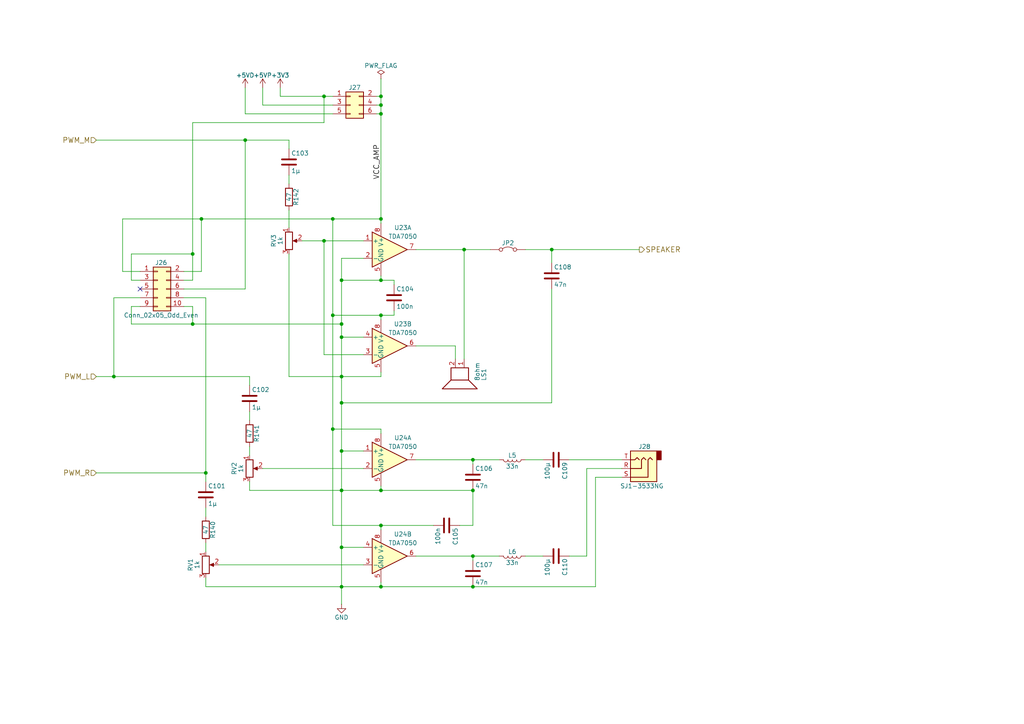
<source format=kicad_sch>
(kicad_sch (version 20231120) (generator "eeschema") (generator_version "8.0")
  (paper "A4")
  (title_block (title "Game Boy reverse eng. FPGA board") (date "2024-06-19") (rev "1") (company "CC-BY-SA-4.0 Michael Singer") (comment 1 "https://github.com/msinger/gbreveng/") (comment 2 "http://iceboy.a-singer.de/"))
  (lib_symbols
    (symbol "Amplifier_Audio_TDA7050:TDA7050" (pin_names (offset 0.127))
      (property "Reference" "U" (at 3.81 6.35 0))
      (property "Value" "TDA7050" (at 3.81 3.81 0))
      (symbol "TDA7050_0_1"
        (polyline (pts (xy -5.08 5.08) (xy 5.08 0) (xy -5.08 -5.08) (xy -5.08 5.08)) (stroke (width 0.254)) (fill (type background)))
      )
      (symbol "TDA7050_1_1"
        (pin input line (at -7.62 2.54 0) (length 2.54) (name "+") (number "1"))
        (pin input line (at -7.62 -2.54 0) (length 2.54) (name "-") (number "2"))
        (pin power_in line (at -2.54 -7.62 90) (length 3.81) (name "GND") (number "5"))
        (pin output line (at 7.62 0 180) (length 2.54) (name "~") (number "7"))
        (pin power_in line (at -2.54 7.62 270) (length 3.81) (name "V+") (number "8"))
      )
      (symbol "TDA7050_2_1"
        (pin input line (at -7.62 -2.54 0) (length 2.54) (name "-") (number "3"))
        (pin input line (at -7.62 2.54 0) (length 2.54) (name "+") (number "4"))
        (pin power_in line (at -2.54 -7.62 90) (length 3.81) (name "GND") (number "5"))
        (pin output line (at 7.62 0 180) (length 2.54) (name "~") (number "6"))
        (pin power_in line (at -2.54 7.62 270) (length 3.81) (name "V+") (number "8"))
      )
    )
    (symbol "Connector_Audio:AudioJack3"
      (property "Reference" "J" (at 0 8.89 0))
      (property "Value" "AudioJack3" (at 0 6.35 0))
      (symbol "AudioJack3_0_1"
        (rectangle (start -5.08 -5.08) (end -6.35 -2.54) (stroke (width 0.254)) (fill (type outline)))
        (polyline (pts (xy 0 -2.54) (xy 0.635 -3.175) (xy 1.27 -2.54) (xy 2.54 -2.54)) (stroke (width 0.254)))
        (polyline (pts (xy -1.905 -2.54) (xy -1.27 -3.175) (xy -0.635 -2.54) (xy -0.635 0) (xy 2.54 0)) (stroke (width 0.254)))
        (polyline (pts (xy 2.54 2.54) (xy -2.54 2.54) (xy -2.54 -2.54) (xy -3.175 -3.175) (xy -3.81 -2.54)) (stroke (width 0.254)))
        (rectangle (start 2.54 3.81) (end -5.08 -5.08) (stroke (width 0.254)) (fill (type background)))
      )
      (symbol "AudioJack3_1_1"
        (pin passive line (at 5.08 0 180) (length 2.54) (name "~") (number "R"))
        (pin passive line (at 5.08 2.54 180) (length 2.54) (name "~") (number "S"))
        (pin passive line (at 5.08 -2.54 180) (length 2.54) (name "~") (number "T"))
      )
    )
    (symbol "Connector_Generic:Conn_02x03_Odd_Even" (pin_names (offset 1.016) hide)
      (property "Reference" "J" (at 1.27 5.08 0))
      (property "Value" "Conn_02x03_Odd_Even" (at 1.27 -5.08 0))
      (symbol "Conn_02x03_Odd_Even_1_1"
        (rectangle (start -1.27 -2.413) (end 0 -2.667) (stroke (width 0.1524)))
        (rectangle (start -1.27 0.127) (end 0 -0.127) (stroke (width 0.1524)))
        (rectangle (start -1.27 2.667) (end 0 2.413) (stroke (width 0.1524)))
        (rectangle (start -1.27 3.81) (end 3.81 -3.81) (stroke (width 0.254)) (fill (type background)))
        (rectangle (start 3.81 -2.413) (end 2.54 -2.667) (stroke (width 0.1524)))
        (rectangle (start 3.81 0.127) (end 2.54 -0.127) (stroke (width 0.1524)))
        (rectangle (start 3.81 2.667) (end 2.54 2.413) (stroke (width 0.1524)))
        (pin passive line (at -5.08 2.54 0) (length 3.81) (name "Pin_1") (number "1"))
        (pin passive line (at 7.62 2.54 180) (length 3.81) (name "Pin_2") (number "2"))
        (pin passive line (at -5.08 0 0) (length 3.81) (name "Pin_3") (number "3"))
        (pin passive line (at 7.62 0 180) (length 3.81) (name "Pin_4") (number "4"))
        (pin passive line (at -5.08 -2.54 0) (length 3.81) (name "Pin_5") (number "5"))
        (pin passive line (at 7.62 -2.54 180) (length 3.81) (name "Pin_6") (number "6"))
      )
    )
    (symbol "Connector_Generic:Conn_02x05_Odd_Even" (pin_names (offset 1.016) hide)
      (property "Reference" "J" (at 1.27 7.62 0))
      (property "Value" "Conn_02x05_Odd_Even" (at 1.27 -7.62 0))
      (symbol "Conn_02x05_Odd_Even_1_1"
        (rectangle (start -1.27 -4.953) (end 0 -5.207) (stroke (width 0.1524)))
        (rectangle (start -1.27 -2.413) (end 0 -2.667) (stroke (width 0.1524)))
        (rectangle (start -1.27 0.127) (end 0 -0.127) (stroke (width 0.1524)))
        (rectangle (start -1.27 2.667) (end 0 2.413) (stroke (width 0.1524)))
        (rectangle (start -1.27 5.207) (end 0 4.953) (stroke (width 0.1524)))
        (rectangle (start -1.27 6.35) (end 3.81 -6.35) (stroke (width 0.254)) (fill (type background)))
        (rectangle (start 3.81 -4.953) (end 2.54 -5.207) (stroke (width 0.1524)))
        (rectangle (start 3.81 -2.413) (end 2.54 -2.667) (stroke (width 0.1524)))
        (rectangle (start 3.81 0.127) (end 2.54 -0.127) (stroke (width 0.1524)))
        (rectangle (start 3.81 2.667) (end 2.54 2.413) (stroke (width 0.1524)))
        (rectangle (start 3.81 5.207) (end 2.54 4.953) (stroke (width 0.1524)))
        (pin passive line (at -5.08 5.08 0) (length 3.81) (name "Pin_1") (number "1"))
        (pin passive line (at 7.62 -5.08 180) (length 3.81) (name "Pin_10") (number "10"))
        (pin passive line (at 7.62 5.08 180) (length 3.81) (name "Pin_2") (number "2"))
        (pin passive line (at -5.08 2.54 0) (length 3.81) (name "Pin_3") (number "3"))
        (pin passive line (at 7.62 2.54 180) (length 3.81) (name "Pin_4") (number "4"))
        (pin passive line (at -5.08 0 0) (length 3.81) (name "Pin_5") (number "5"))
        (pin passive line (at 7.62 0 180) (length 3.81) (name "Pin_6") (number "6"))
        (pin passive line (at -5.08 -2.54 0) (length 3.81) (name "Pin_7") (number "7"))
        (pin passive line (at 7.62 -2.54 180) (length 3.81) (name "Pin_8") (number "8"))
        (pin passive line (at -5.08 -5.08 0) (length 3.81) (name "Pin_9") (number "9"))
      )
    )
    (symbol "Device:C" (pin_numbers hide) (pin_names (offset 0.254))
      (property "Reference" "C" (at 0.635 2.54 0))
      (property "Value" "C" (at 0.635 -2.54 0))
      (symbol "C_0_1"
        (polyline (pts (xy -2.032 -0.762) (xy 2.032 -0.762)) (stroke (width 0.508)))
        (polyline (pts (xy -2.032 0.762) (xy 2.032 0.762)) (stroke (width 0.508)))
      )
      (symbol "C_1_1"
        (pin passive line (at 0 3.81 270) (length 2.794) (name "~") (number "1"))
        (pin passive line (at 0 -3.81 90) (length 2.794) (name "~") (number "2"))
      )
    )
    (symbol "Device:L" (pin_numbers hide) (pin_names (offset 1.016) hide)
      (property "Reference" "L" (at -1.27 0 90))
      (property "Value" "L" (at 1.905 0 90))
      (symbol "L_0_1"
        (arc (start 0 -2.54) (mid 0.6323 -1.905) (end 0 -1.27))
        (arc (start 0 -1.27) (mid 0.6323 -0.635) (end 0 0))
        (arc (start 0 0) (mid 0.6323 0.635) (end 0 1.27))
        (arc (start 0 1.27) (mid 0.6323 1.905) (end 0 2.54))
      )
      (symbol "L_1_1"
        (pin passive line (at 0 3.81 270) (length 1.27) (name "1") (number "1"))
        (pin passive line (at 0 -3.81 90) (length 1.27) (name "2") (number "2"))
      )
    )
    (symbol "Device:R" (pin_numbers hide) (pin_names (offset 0))
      (property "Reference" "R" (at 2.032 0 90))
      (property "Value" "R" (at 0 0 90))
      (symbol "R_0_1"
        (rectangle (start -1.016 -2.54) (end 1.016 2.54) (stroke (width 0.254)))
      )
      (symbol "R_1_1"
        (pin passive line (at 0 3.81 270) (length 1.27) (name "~") (number "1"))
        (pin passive line (at 0 -3.81 90) (length 1.27) (name "~") (number "2"))
      )
    )
    (symbol "Device:R_Potentiometer" (pin_names (offset 1.016) hide)
      (property "Reference" "RV" (at -4.445 0 90))
      (property "Value" "R_Potentiometer" (at -2.54 0 90))
      (symbol "R_Potentiometer_0_1"
        (polyline (pts (xy 2.54 0) (xy 1.524 0)))
        (polyline (pts (xy 1.143 0) (xy 2.286 0.508) (xy 2.286 -0.508) (xy 1.143 0)) (fill (type outline)))
        (rectangle (start 1.016 2.54) (end -1.016 -2.54) (stroke (width 0.254)))
      )
      (symbol "R_Potentiometer_1_1"
        (pin passive line (at 0 3.81 270) (length 1.27) (name "1") (number "1"))
        (pin passive line (at 3.81 0 180) (length 1.27) (name "2") (number "2"))
        (pin passive line (at 0 -3.81 90) (length 1.27) (name "3") (number "3"))
      )
    )
    (symbol "Device:Speaker" (pin_names (offset 0) hide)
      (property "Reference" "LS" (at 1.27 5.715 0))
      (property "Value" "Speaker" (at 1.27 3.81 0))
      (symbol "Speaker_0_0"
        (rectangle (start -2.54 1.27) (end 1.016 -3.81) (stroke (width 0.254)))
        (polyline (pts (xy 1.016 1.27) (xy 3.556 3.81) (xy 3.556 -6.35) (xy 1.016 -3.81)) (stroke (width 0.254)))
      )
      (symbol "Speaker_1_1"
        (pin input line (at -5.08 0 0) (length 2.54) (name "1") (number "1"))
        (pin input line (at -5.08 -2.54 0) (length 2.54) (name "2") (number "2"))
      )
    )
    (symbol "Jumper:Jumper_2_Bridged" (pin_numbers hide) (pin_names (offset 0) hide) (exclude_from_sim yes)
      (property "Reference" "JP" (at 0 1.905 0))
      (property "Value" "Jumper_2_Bridged" (at 0 -2.54 0))
      (symbol "Jumper_2_Bridged_0_0"
        (circle (center -2.032 0) (radius 0.508))
        (circle (center 2.032 0) (radius 0.508))
      )
      (symbol "Jumper_2_Bridged_0_1"
        (arc (start 1.524 0.254) (mid 0 0.762) (end -1.524 0.254))
      )
      (symbol "Jumper_2_Bridged_1_1"
        (pin passive line (at -5.08 0 0) (length 2.54) (name "A") (number "1"))
        (pin passive line (at 5.08 0 180) (length 2.54) (name "B") (number "2"))
      )
    )
    (symbol "power:+3V3" (power) (pin_numbers hide) (pin_names (offset 0) hide)
      (property "Value" "+3V3" (at 0 3.556 0))
      (symbol "+3V3_0_1"
        (polyline (pts (xy -0.762 1.27) (xy 0 2.54)))
        (polyline (pts (xy 0 0) (xy 0 2.54)))
        (polyline (pts (xy 0 2.54) (xy 0.762 1.27)))
      )
      (symbol "+3V3_1_1"
        (pin power_in line (at 0 0 90) (length 0) (name "~") (number "1"))
      )
    )
    (symbol "power:+5VD" (power) (pin_numbers hide) (pin_names (offset 0) hide)
      (property "Value" "+5VD" (at 0 3.556 0))
      (symbol "+5VD_0_1"
        (polyline (pts (xy -0.762 1.27) (xy 0 2.54)))
        (polyline (pts (xy 0 0) (xy 0 2.54)))
        (polyline (pts (xy 0 2.54) (xy 0.762 1.27)))
      )
      (symbol "+5VD_1_1"
        (pin power_in line (at 0 0 90) (length 0) (name "~") (number "1"))
      )
    )
    (symbol "power:+5VP" (power) (pin_numbers hide) (pin_names (offset 0) hide)
      (property "Value" "+5VP" (at 0 3.556 0))
      (symbol "+5VP_0_1"
        (polyline (pts (xy -0.762 1.27) (xy 0 2.54)))
        (polyline (pts (xy 0 0) (xy 0 2.54)))
        (polyline (pts (xy 0 2.54) (xy 0.762 1.27)))
      )
      (symbol "+5VP_1_1"
        (pin power_in line (at 0 0 90) (length 0) (name "~") (number "1"))
      )
    )
    (symbol "power:GND" (power) (pin_numbers hide) (pin_names (offset 0) hide)
      (property "Value" "GND" (at 0 -3.81 0))
      (symbol "GND_0_1"
        (polyline (pts (xy 0 0) (xy 0 -1.27) (xy 1.27 -1.27) (xy 0 -2.54) (xy -1.27 -1.27) (xy 0 -1.27)))
      )
      (symbol "GND_1_1"
        (pin power_in line (at 0 0 270) (length 0) (name "~") (number "1"))
      )
    )
    (symbol "power:PWR_FLAG" (power) (pin_numbers hide) (pin_names (offset 0) hide)
      (property "Value" "PWR_FLAG" (at 0 3.81 0))
      (symbol "PWR_FLAG_0_0"
        (pin power_out line (at 0 0 90) (length 0) (name "~") (number "1"))
      )
      (symbol "PWR_FLAG_0_1"
        (polyline (pts (xy 0 0) (xy 0 1.27) (xy -1.016 1.905) (xy 0 2.54) (xy 1.016 1.905) (xy 0 1.27)))
      )
    )
  )
  (junction (at 99.06 130.81))
  (junction (at 110.49 152.4))
  (junction (at 96.52 91.44))
  (junction (at 33.02 109.22))
  (junction (at 137.16 161.29))
  (junction (at 99.06 116.84))
  (junction (at 96.52 63.5))
  (junction (at 99.06 97.79))
  (junction (at 99.06 93.98))
  (junction (at 137.16 142.24))
  (junction (at 110.49 63.5))
  (junction (at 110.49 33.02))
  (junction (at 110.49 142.24))
  (junction (at 93.98 27.94))
  (junction (at 137.16 133.35))
  (junction (at 58.42 63.5))
  (junction (at 99.06 158.75))
  (junction (at 99.06 81.28))
  (junction (at 110.49 30.48))
  (junction (at 110.49 91.44))
  (junction (at 93.98 69.85))
  (junction (at 99.06 109.22))
  (junction (at 110.49 170.18))
  (junction (at 96.52 124.46))
  (junction (at 55.88 73.66))
  (junction (at 59.69 137.16))
  (junction (at 110.49 81.28))
  (junction (at 110.49 27.94))
  (junction (at 137.16 170.18))
  (junction (at 99.06 170.18))
  (junction (at 160.02 72.39))
  (junction (at 99.06 142.24))
  (junction (at 134.62 72.39))
  (junction (at 55.88 93.98))
  (junction (at 71.12 40.64))
  (no_connect (at 40.64 83.82))
  (wire (pts (xy 27.94 137.16) (xy 59.69 137.16)))
  (wire (pts (xy 137.16 142.24) (xy 137.16 152.4)))
  (wire (pts (xy 81.28 27.94) (xy 93.98 27.94)))
  (wire (pts (xy 99.06 97.79) (xy 99.06 109.22)))
  (wire (pts (xy 99.06 170.18) (xy 110.49 170.18)))
  (wire (pts (xy 83.82 53.34) (xy 83.82 50.8)))
  (wire (pts (xy 110.49 63.5) (xy 110.49 64.77)))
  (wire (pts (xy 132.08 100.33) (xy 132.08 104.14)))
  (wire (pts (xy 120.65 161.29) (xy 137.16 161.29)))
  (wire (pts (xy 40.64 88.9) (xy 38.1 88.9)))
  (wire (pts (xy 110.49 170.18) (xy 137.16 170.18)))
  (wire (pts (xy 99.06 158.75) (xy 99.06 170.18)))
  (wire (pts (xy 110.49 33.02) (xy 110.49 63.5)))
  (wire (pts (xy 160.02 72.39) (xy 160.02 76.2)))
  (wire (pts (xy 55.88 35.56) (xy 55.88 73.66)))
  (wire (pts (xy 93.98 27.94) (xy 96.52 27.94)))
  (wire (pts (xy 110.49 107.95) (xy 110.49 109.22)))
  (wire (pts (xy 110.49 140.97) (xy 110.49 142.24)))
  (wire (pts (xy 99.06 81.28) (xy 99.06 93.98)))
  (wire (pts (xy 96.52 63.5) (xy 96.52 91.44)))
  (wire (pts (xy 120.65 100.33) (xy 132.08 100.33)))
  (wire (pts (xy 110.49 152.4) (xy 125.73 152.4)))
  (wire (pts (xy 83.82 66.04) (xy 83.82 60.96)))
  (wire (pts (xy 71.12 40.64) (xy 71.12 83.82)))
  (wire (pts (xy 72.39 109.22) (xy 72.39 111.76)))
  (wire (pts (xy 137.16 161.29) (xy 137.16 162.56)))
  (wire (pts (xy 99.06 81.28) (xy 110.49 81.28)))
  (wire (pts (xy 81.28 25.4) (xy 81.28 27.94)))
  (wire (pts (xy 114.3 91.44) (xy 110.49 91.44)))
  (wire (pts (xy 99.06 109.22) (xy 99.06 116.84)))
  (wire (pts (xy 27.94 109.22) (xy 33.02 109.22)))
  (wire (pts (xy 109.22 33.02) (xy 110.49 33.02)))
  (wire (pts (xy 120.65 133.35) (xy 137.16 133.35)))
  (wire (pts (xy 99.06 74.93) (xy 105.41 74.93)))
  (wire (pts (xy 99.06 142.24) (xy 110.49 142.24)))
  (wire (pts (xy 33.02 109.22) (xy 72.39 109.22)))
  (wire (pts (xy 114.3 81.28) (xy 114.3 82.55)))
  (wire (pts (xy 110.49 91.44) (xy 96.52 91.44)))
  (wire (pts (xy 96.52 33.02) (xy 71.12 33.02)))
  (wire (pts (xy 110.49 27.94) (xy 110.49 30.48)))
  (wire (pts (xy 59.69 170.18) (xy 99.06 170.18)))
  (wire (pts (xy 59.69 149.86) (xy 59.69 147.32)))
  (wire (pts (xy 157.48 161.29) (xy 152.4 161.29)))
  (wire (pts (xy 180.34 135.89) (xy 170.18 135.89)))
  (wire (pts (xy 63.5 163.83) (xy 105.41 163.83)))
  (wire (pts (xy 96.52 30.48) (xy 76.2 30.48)))
  (wire (pts (xy 114.3 81.28) (xy 110.49 81.28)))
  (wire (pts (xy 110.49 168.91) (xy 110.49 170.18)))
  (wire (pts (xy 35.56 78.74) (xy 40.64 78.74)))
  (wire (pts (xy 137.16 134.62) (xy 137.16 133.35)))
  (wire (pts (xy 99.06 130.81) (xy 105.41 130.81)))
  (wire (pts (xy 96.52 124.46) (xy 110.49 124.46)))
  (wire (pts (xy 99.06 74.93) (xy 99.06 81.28)))
  (wire (pts (xy 170.18 135.89) (xy 170.18 161.29)))
  (wire (pts (xy 110.49 80.01) (xy 110.49 81.28)))
  (wire (pts (xy 93.98 35.56) (xy 55.88 35.56)))
  (wire (pts (xy 40.64 86.36) (xy 33.02 86.36)))
  (wire (pts (xy 27.94 40.64) (xy 71.12 40.64)))
  (wire (pts (xy 137.16 161.29) (xy 144.78 161.29)))
  (wire (pts (xy 99.06 170.18) (xy 99.06 175.26)))
  (wire (pts (xy 114.3 91.44) (xy 114.3 90.17)))
  (wire (pts (xy 59.69 170.18) (xy 59.69 167.64)))
  (wire (pts (xy 172.72 170.18) (xy 172.72 138.43)))
  (wire (pts (xy 96.52 63.5) (xy 58.42 63.5)))
  (wire (pts (xy 72.39 132.08) (xy 72.39 129.54)))
  (wire (pts (xy 76.2 30.48) (xy 76.2 25.4)))
  (wire (pts (xy 72.39 142.24) (xy 99.06 142.24)))
  (wire (pts (xy 170.18 161.29) (xy 165.1 161.29)))
  (wire (pts (xy 110.49 91.44) (xy 110.49 92.71)))
  (wire (pts (xy 110.49 124.46) (xy 110.49 125.73)))
  (wire (pts (xy 93.98 27.94) (xy 93.98 35.56)))
  (wire (pts (xy 99.06 93.98) (xy 99.06 97.79)))
  (wire (pts (xy 53.34 78.74) (xy 58.42 78.74)))
  (wire (pts (xy 55.88 88.9) (xy 55.88 93.98)))
  (wire (pts (xy 38.1 73.66) (xy 55.88 73.66)))
  (wire (pts (xy 99.06 142.24) (xy 99.06 158.75)))
  (wire (pts (xy 110.49 30.48) (xy 110.49 33.02)))
  (wire (pts (xy 38.1 73.66) (xy 38.1 81.28)))
  (wire (pts (xy 72.39 142.24) (xy 72.39 139.7)))
  (wire (pts (xy 96.52 91.44) (xy 96.52 124.46)))
  (wire (pts (xy 35.56 63.5) (xy 35.56 78.74)))
  (wire (pts (xy 99.06 109.22) (xy 110.49 109.22)))
  (wire (pts (xy 110.49 22.86) (xy 110.49 27.94)))
  (wire (pts (xy 99.06 158.75) (xy 105.41 158.75)))
  (wire (pts (xy 99.06 130.81) (xy 99.06 142.24)))
  (wire (pts (xy 71.12 83.82) (xy 53.34 83.82)))
  (wire (pts (xy 110.49 152.4) (xy 110.49 153.67)))
  (wire (pts (xy 55.88 81.28) (xy 53.34 81.28)))
  (wire (pts (xy 58.42 63.5) (xy 35.56 63.5)))
  (wire (pts (xy 38.1 81.28) (xy 40.64 81.28)))
  (wire (pts (xy 93.98 69.85) (xy 105.41 69.85)))
  (wire (pts (xy 109.22 30.48) (xy 110.49 30.48)))
  (wire (pts (xy 160.02 83.82) (xy 160.02 116.84)))
  (wire (pts (xy 160.02 72.39) (xy 185.42 72.39)))
  (wire (pts (xy 33.02 86.36) (xy 33.02 109.22)))
  (wire (pts (xy 172.72 138.43) (xy 180.34 138.43)))
  (wire (pts (xy 76.2 135.89) (xy 105.41 135.89)))
  (wire (pts (xy 93.98 102.87) (xy 105.41 102.87)))
  (wire (pts (xy 160.02 116.84) (xy 99.06 116.84)))
  (wire (pts (xy 71.12 33.02) (xy 71.12 25.4)))
  (wire (pts (xy 53.34 88.9) (xy 55.88 88.9)))
  (wire (pts (xy 71.12 40.64) (xy 83.82 40.64)))
  (wire (pts (xy 38.1 88.9) (xy 38.1 93.98)))
  (wire (pts (xy 96.52 152.4) (xy 110.49 152.4)))
  (wire (pts (xy 87.63 69.85) (xy 93.98 69.85)))
  (wire (pts (xy 120.65 72.39) (xy 134.62 72.39)))
  (wire (pts (xy 72.39 121.92) (xy 72.39 119.38)))
  (wire (pts (xy 53.34 86.36) (xy 59.69 86.36)))
  (wire (pts (xy 99.06 97.79) (xy 105.41 97.79)))
  (wire (pts (xy 83.82 40.64) (xy 83.82 43.18)))
  (wire (pts (xy 134.62 104.14) (xy 134.62 72.39)))
  (wire (pts (xy 137.16 133.35) (xy 144.78 133.35)))
  (wire (pts (xy 152.4 133.35) (xy 157.48 133.35)))
  (wire (pts (xy 83.82 109.22) (xy 99.06 109.22)))
  (wire (pts (xy 83.82 73.66) (xy 83.82 109.22)))
  (wire (pts (xy 55.88 93.98) (xy 99.06 93.98)))
  (wire (pts (xy 93.98 69.85) (xy 93.98 102.87)))
  (wire (pts (xy 137.16 152.4) (xy 133.35 152.4)))
  (wire (pts (xy 137.16 170.18) (xy 172.72 170.18)))
  (wire (pts (xy 96.52 124.46) (xy 96.52 152.4)))
  (wire (pts (xy 59.69 86.36) (xy 59.69 137.16)))
  (wire (pts (xy 165.1 133.35) (xy 180.34 133.35)))
  (wire (pts (xy 110.49 142.24) (xy 137.16 142.24)))
  (wire (pts (xy 109.22 27.94) (xy 110.49 27.94)))
  (wire (pts (xy 58.42 78.74) (xy 58.42 63.5)))
  (wire (pts (xy 99.06 116.84) (xy 99.06 130.81)))
  (wire (pts (xy 152.4 72.39) (xy 160.02 72.39)))
  (wire (pts (xy 55.88 73.66) (xy 55.88 81.28)))
  (wire (pts (xy 134.62 72.39) (xy 142.24 72.39)))
  (wire (pts (xy 59.69 160.02) (xy 59.69 157.48)))
  (wire (pts (xy 96.52 63.5) (xy 110.49 63.5)))
  (wire (pts (xy 59.69 137.16) (xy 59.69 139.7)))
  (wire (pts (xy 38.1 93.98) (xy 55.88 93.98)))
  (label "VCC_AMP" (at 110.49 52.07 90) (effects (font (size 1.524 1.524))))
  (hierarchical_label "PWM_M" (shape input) (at 27.94 40.64 180) (effects (font (size 1.524 1.524))))
  (hierarchical_label "PWM_L" (shape input) (at 27.94 109.22 180) (effects (font (size 1.524 1.524))))
  (hierarchical_label "SPEAKER" (shape output) (at 185.42 72.39 0) (effects (font (size 1.524 1.524))))
  (hierarchical_label "PWM_R" (shape input) (at 27.94 137.16 180) (effects (font (size 1.524 1.524))))
  (symbol (lib_id "Amplifier_Audio_TDA7050:TDA7050") (at 113.03 72.39 0) (unit 1)
    (property "Reference" "U23" (at 116.84 66.04 0))
    (property "Value" "TDA7050" (at 116.84 68.58 0))
    (property "Footprint" "Package_DIP:DIP-8_W7.62mm_Socket" (effects (hide yes)))
    (property "Datasheet" "https://eandc.ru/pdf/import/tda7050.pdf" (effects (hide yes)))
    (property "Description" "Low voltage mono/stereo poweramplifier" (effects (hide yes)))
  )
  (symbol (lib_id "Amplifier_Audio_TDA7050:TDA7050") (at 113.03 100.33 0) (unit 2)
    (property "Reference" "U23" (at 116.84 93.98 0))
    (property "Value" "TDA7050" (at 116.84 96.52 0))
    (property "Footprint" "Package_DIP:DIP-8_W7.62mm_Socket" (effects (hide yes)))
    (property "Datasheet" "https://eandc.ru/pdf/import/tda7050.pdf" (effects (hide yes)))
    (property "Description" "Low voltage mono/stereo poweramplifier" (effects (hide yes)))
  )
  (symbol (lib_id "Device:R_Potentiometer") (at 83.82 69.85 0) (unit 1)
    (property "Reference" "RV3" (at 79.375 69.85 90))
    (property "Value" "1k" (at 81.28 69.85 90))
    (property "Footprint" "Potentiometer_SMD:Potentiometer_Vishay_TS53YL_Vertical" (effects (hide yes)))
    (property "Description" "Potentiometer" (effects (hide yes)))
  )
  (symbol (lib_id "Device:Speaker") (at 134.62 109.22 270) (unit 1)
    (property "Reference" "LS1" (at 140.335 110.49 0) (effects (justify right)))
    (property "Value" "8ohm" (at 138.43 110.49 0) (effects (justify right)))
    (property "Footprint" "Connector_PinHeader_2.54mm:PinHeader_1x02_P2.54mm_Vertical" (effects (hide yes)))
    (property "Description" "Speaker" (effects (hide yes)))
  )
  (symbol (lib_id "Jumper:Jumper_2_Bridged") (at 147.32 72.39 0) (unit 1)
    (property "Reference" "JP2" (at 147.32 70.485 0))
    (property "Value" "Jumper_2_Bridged" (effects (hide yes)))
    (property "Footprint" "Connector_PinHeader_2.54mm:PinHeader_1x02_P2.54mm_Vertical" (effects (hide yes)))
    (property "Description" "Jumper, 2-pole, closed/bridged" (effects (hide yes)))
  )
  (symbol (lib_id "Device:R") (at 83.82 57.15 0) (unit 1)
    (property "Reference" "R142" (at 85.852 57.15 90))
    (property "Value" "47" (at 83.82 57.15 90))
    (property "Footprint" "Resistor_SMD:R_0402_1005Metric" (effects (hide yes)))
    (property "Description" "Resistor" (effects (hide yes)))
  )
  (symbol (lib_id "Connector_Generic:Conn_02x03_Odd_Even") (at 101.6 30.48 0) (unit 1)
    (property "Reference" "J27" (at 102.87 25.4 0))
    (property "Value" "Conn_02x03_Odd_Even" (effects (hide yes)))
    (property "Footprint" "Connector_PinHeader_2.54mm:PinHeader_2x03_P2.54mm_Vertical" (effects (hide yes)))
    (property "Description" "Generic connector, double row, 02x03, odd/even pin numbering scheme (row 1 odd numbers, row 2 even numbers), script generated (kicad-library-utils/schlib/autogen/connector/)" (effects (hide yes)))
  )
  (symbol (lib_id "Device:C") (at 160.02 80.01 0) (unit 1)
    (property "Reference" "C108" (at 160.655 77.47 0) (effects (justify left)))
    (property "Value" "47n" (at 160.655 82.55 0) (effects (justify left)))
    (property "Footprint" "Capacitor_SMD:C_0402_1005Metric_Pad0.74x0.62mm_HandSolder" (effects (hide yes)))
    (property "Description" "Unpolarized capacitor" (effects (hide yes)))
  )
  (symbol (lib_id "Amplifier_Audio_TDA7050:TDA7050") (at 113.03 133.35 0) (unit 1)
    (property "Reference" "U24" (at 116.84 127 0))
    (property "Value" "TDA7050" (at 116.84 129.54 0))
    (property "Footprint" "Package_DIP:DIP-8_W7.62mm_Socket" (effects (hide yes)))
    (property "Datasheet" "https://eandc.ru/pdf/import/tda7050.pdf" (effects (hide yes)))
    (property "Description" "Low voltage mono/stereo poweramplifier" (effects (hide yes)))
  )
  (symbol (lib_id "Amplifier_Audio_TDA7050:TDA7050") (at 113.03 161.29 0) (unit 2)
    (property "Reference" "U24" (at 116.84 154.94 0))
    (property "Value" "TDA7050" (at 116.84 157.48 0))
    (property "Footprint" "Package_DIP:DIP-8_W7.62mm_Socket" (effects (hide yes)))
    (property "Datasheet" "https://eandc.ru/pdf/import/tda7050.pdf" (effects (hide yes)))
    (property "Description" "Low voltage mono/stereo poweramplifier" (effects (hide yes)))
  )
  (symbol (lib_id "Device:R_Potentiometer") (at 72.39 135.89 0) (unit 1)
    (property "Reference" "RV2" (at 67.945 135.89 90))
    (property "Value" "1k" (at 69.85 135.89 90))
    (property "Footprint" "Potentiometer_SMD:Potentiometer_Vishay_TS53YL_Vertical" (effects (hide yes)))
    (property "Description" "Potentiometer" (effects (hide yes)))
  )
  (symbol (lib_id "Device:R") (at 72.39 125.73 0) (unit 1)
    (property "Reference" "R141" (at 74.422 125.73 90))
    (property "Value" "47" (at 72.39 125.73 90))
    (property "Footprint" "Resistor_SMD:R_0402_1005Metric" (effects (hide yes)))
    (property "Description" "Resistor" (effects (hide yes)))
  )
  (symbol (lib_id "Device:R_Potentiometer") (at 59.69 163.83 0) (unit 1)
    (property "Reference" "RV1" (at 55.245 163.83 90))
    (property "Value" "1k" (at 57.15 163.83 90))
    (property "Footprint" "Potentiometer_SMD:Potentiometer_Vishay_TS53YL_Vertical" (effects (hide yes)))
    (property "Description" "Potentiometer" (effects (hide yes)))
  )
  (symbol (lib_id "Device:R") (at 59.69 153.67 0) (unit 1)
    (property "Reference" "R140" (at 61.722 153.67 90))
    (property "Value" "47" (at 59.69 153.67 90))
    (property "Footprint" "Resistor_SMD:R_0402_1005Metric" (effects (hide yes)))
    (property "Description" "Resistor" (effects (hide yes)))
  )
  (symbol (lib_id "Device:C") (at 137.16 138.43 0) (unit 1)
    (property "Reference" "C106" (at 137.795 135.89 0) (effects (justify left)))
    (property "Value" "47n" (at 137.795 140.97 0) (effects (justify left)))
    (property "Footprint" "Capacitor_SMD:C_0402_1005Metric_Pad0.74x0.62mm_HandSolder" (effects (hide yes)))
    (property "Description" "Unpolarized capacitor" (effects (hide yes)))
  )
  (symbol (lib_id "Device:C") (at 137.16 166.37 0) (unit 1)
    (property "Reference" "C107" (at 137.795 163.83 0) (effects (justify left)))
    (property "Value" "47n" (at 137.795 168.91 0) (effects (justify left)))
    (property "Footprint" "Capacitor_SMD:C_0402_1005Metric_Pad0.74x0.62mm_HandSolder" (effects (hide yes)))
    (property "Description" "Unpolarized capacitor" (effects (hide yes)))
  )
  (symbol (lib_id "Device:L") (at 148.59 133.35 270) (unit 1)
    (property "Reference" "L5" (at 148.59 132.08 90))
    (property "Value" "33n" (at 148.59 135.255 90))
    (property "Footprint" "Inductor_SMD:L_0402_1005Metric" (effects (hide yes)))
    (property "Description" "Inductor" (effects (hide yes)))
  )
  (symbol (lib_id "Device:L") (at 148.59 161.29 270) (unit 1)
    (property "Reference" "L6" (at 148.59 160.02 90))
    (property "Value" "33n" (at 148.59 163.195 90))
    (property "Footprint" "Inductor_SMD:L_0402_1005Metric" (effects (hide yes)))
    (property "Description" "Inductor" (effects (hide yes)))
  )
  (symbol (lib_id "power:GND") (at 99.06 175.26 0) (unit 1)
    (property "Reference" "#PWR0124" (effects (hide yes)))
    (property "Value" "GND" (at 99.06 179.07 0))
    (property "Description" "Power symbol creates a global label with name \"GND\" , ground" (effects (hide yes)))
  )
  (symbol (lib_id "Connector_Audio:AudioJack3") (at 185.42 135.89 180) (unit 1)
    (property "Reference" "J28" (at 186.944 129.54 0))
    (property "Value" "SJ1-3533NG" (at 186.182 140.97 0))
    (property "Footprint" "Connector_Audio:Jack_3.5mm_CUI_SJ1-3533NG_Horizontal" (effects (hide yes)))
    (property "Description" "Audio Jack, 3 Poles (Stereo / TRS)" (effects (hide yes)))
  )
  (symbol (lib_id "power:+3V3") (at 81.28 25.4 0) (unit 1)
    (property "Reference" "#PWR0125" (effects (hide yes)))
    (property "Value" "+3V3" (at 81.28 21.844 0))
    (property "Description" "Power symbol creates a global label with name \"+3V3\"" (effects (hide yes)))
  )
  (symbol (lib_id "power:+5VP") (at 76.2 25.4 0) (unit 1)
    (property "Reference" "#PWR0126" (effects (hide yes)))
    (property "Value" "+5VP" (at 76.2 21.844 0))
    (property "Description" "Power symbol creates a global label with name \"+5VP\"" (effects (hide yes)))
  )
  (symbol (lib_id "power:+5VD") (at 71.12 25.4 0) (unit 1)
    (property "Reference" "#PWR0127" (effects (hide yes)))
    (property "Value" "+5VD" (at 71.12 21.844 0))
    (property "Description" "Power symbol creates a global label with name \"+5VD\"" (effects (hide yes)))
  )
  (symbol (lib_id "Device:C") (at 114.3 86.36 0) (unit 1)
    (property "Reference" "C104" (at 114.935 83.82 0) (effects (justify left)))
    (property "Value" "100n" (at 114.935 88.9 0) (effects (justify left)))
    (property "Footprint" "Capacitor_SMD:C_0402_1005Metric_Pad0.74x0.62mm_HandSolder" (effects (hide yes)))
    (property "Description" "Unpolarized capacitor" (effects (hide yes)))
  )
  (symbol (lib_id "Device:C") (at 129.54 152.4 270) (unit 1)
    (property "Reference" "C105" (at 132.08 153.035 0) (effects (justify left)))
    (property "Value" "100n" (at 127 153.035 0) (effects (justify left)))
    (property "Footprint" "Capacitor_SMD:C_0402_1005Metric_Pad0.74x0.62mm_HandSolder" (effects (hide yes)))
    (property "Description" "Unpolarized capacitor" (effects (hide yes)))
  )
  (symbol (lib_id "Connector_Generic:Conn_02x05_Odd_Even") (at 45.72 83.82 0) (unit 1)
    (property "Reference" "J26" (at 46.736 76.2 0))
    (property "Value" "Conn_02x05_Odd_Even" (at 46.736 91.44 0))
    (property "Footprint" "Connector_PinHeader_2.54mm:PinHeader_2x05_P2.54mm_Vertical" (effects (hide yes)))
    (property "Description" "Generic connector, double row, 02x05, odd/even pin numbering scheme (row 1 odd numbers, row 2 even numbers), script generated (kicad-library-utils/schlib/autogen/connector/)" (effects (hide yes)))
  )
  (symbol (lib_id "power:PWR_FLAG") (at 110.49 22.86 0) (unit 1)
    (property "Reference" "#FLG0128" (effects (hide yes)))
    (property "Value" "PWR_FLAG" (at 110.49 19.05 0))
    (property "Description" "Special symbol for telling ERC where power comes from" (effects (hide yes)))
  )
  (symbol (lib_id "Device:C") (at 83.82 46.99 0) (unit 1)
    (property "Reference" "C103" (at 84.455 44.45 0) (effects (justify left)))
    (property "Value" "1µ" (at 84.455 49.53 0) (effects (justify left)))
    (property "Footprint" "Capacitor_SMD:C_0402_1005Metric_Pad0.74x0.62mm_HandSolder" (effects (hide yes)))
    (property "Description" "Unpolarized capacitor" (effects (hide yes)))
  )
  (symbol (lib_id "Device:C") (at 72.39 115.57 0) (unit 1)
    (property "Reference" "C102" (at 73.025 113.03 0) (effects (justify left)))
    (property "Value" "1µ" (at 73.025 118.11 0) (effects (justify left)))
    (property "Footprint" "Capacitor_SMD:C_0402_1005Metric_Pad0.74x0.62mm_HandSolder" (effects (hide yes)))
    (property "Description" "Unpolarized capacitor" (effects (hide yes)))
  )
  (symbol (lib_id "Device:C") (at 59.69 143.51 0) (unit 1)
    (property "Reference" "C101" (at 60.325 140.97 0) (effects (justify left)))
    (property "Value" "1µ" (at 60.325 146.05 0) (effects (justify left)))
    (property "Footprint" "Capacitor_SMD:C_0402_1005Metric_Pad0.74x0.62mm_HandSolder" (effects (hide yes)))
    (property "Description" "Unpolarized capacitor" (effects (hide yes)))
  )
  (symbol (lib_id "Device:C") (at 161.29 133.35 270) (unit 1)
    (property "Reference" "C109" (at 163.83 133.985 0) (effects (justify left)))
    (property "Value" "100µ" (at 158.75 133.985 0) (effects (justify left)))
    (property "Footprint" "Capacitor_SMD:C_1206_3216Metric" (effects (hide yes)))
    (property "Description" "Unpolarized capacitor" (effects (hide yes)))
  )
  (symbol (lib_id "Device:C") (at 161.29 161.29 270) (unit 1)
    (property "Reference" "C110" (at 163.83 161.925 0) (effects (justify left)))
    (property "Value" "100µ" (at 158.75 161.925 0) (effects (justify left)))
    (property "Footprint" "Capacitor_SMD:C_1206_3216Metric" (effects (hide yes)))
    (property "Description" "Unpolarized capacitor" (effects (hide yes)))
  )
)
</source>
